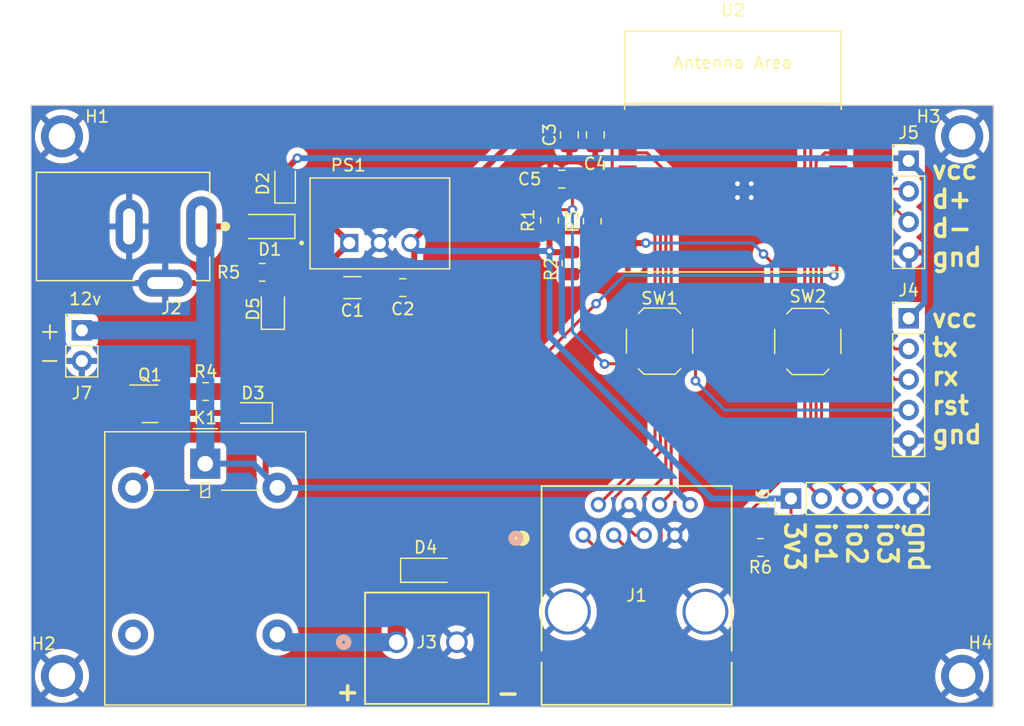
<source format=kicad_pcb>
(kicad_pcb (version 20221018) (generator pcbnew)
  (layers (0 "F.Cu" signal) (31 "B.Cu" signal) (34 "B.Paste" user) (35 "F.Paste" user) (36 "B.SilkS" user "B.Silkscreen") (37 "F.SilkS" user "F.Silkscreen") (38 "B.Mask" user) (39 "F.Mask" user) (44 "Edge.Cuts" user))
  (net 0 "")
  (net 1 "+12V")
  (net 2 "GND")
  (net 3 "+3.3V")
  (net 4 "/sg_pin")
  (net 5 "/d0_pin")
  (net 6 "/d1_pin")
  (net 7 "/bt_pin")
  (net 9 "Net-(Q1-B)")
  (net 10 "/rl_pin")
  (net 11 "/k7803_vin")
  (net 12 "/usb_d+")
  (net 13 "/usb_d-")
  (net 14 "/gpio1")
  (net 15 "/gpio2")
  (net 16 "/gpio3")
  (net 17 "/tx_pin")
  (net 18 "/rx_pin")
  (net 19 "Net-(D1-K)")
  (net 20 "Net-(D4-K)")
  (net 21 "/rst_pin")
  (net 22 "/gpio9")
  (net 23 "Net-(D5-A)")
  (net 24 "/sen_pin")
  (net 25 "Net-(U2-GPIO8)")
  (net 26 "Net-(D3-A)")
  (footprint "LED_SMD:LED_0805_2012Metric" (layer "F.Cu") (at 70.104 66.929 90)
    (fp_text reference "D5" (at 0 -1.65 90) (layer "F.SilkS"))
    (fp_text value "led")
    (fp_line (start -1.685 -0.96) (end -1.685 0.96) (stroke (width 0.12)) (layer "F.SilkS"))
    (fp_line (start -1.685 0.96) (end 1 0.96) (stroke (width 0.12)) (layer "F.SilkS"))
    (fp_line (start 1 -0.96) (end -1.685 -0.96) (stroke (width 0.12)) (layer "F.SilkS"))
    (pad "1" smd roundrect (at -0.9375 0 90) (size 0.975 1.4) (layers "F.Cu" "F.Paste" "F.Mask") (net 2 "GND"))
    (pad "2" smd roundrect (at 0.9375 0 90) (size 0.975 1.4) (layers "F.Cu" "F.Paste" "F.Mask") (net 23 "Net-(D5-A)"))
  )
  (footprint "Package_TO_SOT_SMD:SOT-23" (layer "F.Cu") (at 59.8955 74.803)
    (fp_text reference "Q1" (at 0 -2.4) (layer "F.SilkS"))
    (fp_text value "MMBT3904")
    (fp_line (start 0 -1.56) (end -1.675 -1.56) (stroke (width 0.12)) (layer "F.SilkS"))
    (fp_line (start 0 -1.56) (end 0.65 -1.56) (stroke (width 0.12)) (layer "F.SilkS"))
    (fp_line (start 0 1.56) (end -0.65 1.56) (stroke (width 0.12)) (layer "F.SilkS"))
    (fp_line (start 0 1.56) (end 0.65 1.56) (stroke (width 0.12)) (layer "F.SilkS"))
    (pad "1" smd roundrect (at -0.9375 -0.95) (size 1.475 0.6) (layers "F.Cu" "F.Paste" "F.Mask") (net 9 "Net-(Q1-B)"))
    (pad "2" smd roundrect (at -0.9375 0.95) (size 1.475 0.6) (layers "F.Cu" "F.Paste" "F.Mask") (net 2 "GND"))
    (pad "3" smd roundrect (at 0.9375 0) (size 1.475 0.6) (layers "F.Cu" "F.Paste" "F.Mask") (net 26 "Net-(D3-A)"))
  )
  (footprint "Button_Switch_SMD:SW_Push_1P1T_XKB_TS-1187A" (layer "F.Cu") (at 102.235 69.596 180)
    (fp_text reference "SW1" (at 0 3.556 180) (layer "F.SilkS"))
    (fp_text value "~")
    (fp_line (start -2.75 -1) (end -2.75 1) (stroke (width 0.12)) (layer "F.SilkS"))
    (fp_line (start -1.75 -2.3) (end -1.3 -2.75) (stroke (width 0.12)) (layer "F.SilkS"))
    (fp_line (start -1.75 2.3) (end -1.3 2.75) (stroke (width 0.12)) (layer "F.SilkS"))
    (fp_line (start -1.3 -2.75) (end 1.3 -2.75) (stroke (width 0.12)) (layer "F.SilkS"))
    (fp_line (start -1.3 2.75) (end 1.3 2.75) (stroke (width 0.12)) (layer "F.SilkS"))
    (fp_line (start 1.75 -2.3) (end 1.3 -2.75) (stroke (width 0.12)) (layer "F.SilkS"))
    (fp_line (start 1.75 2.3) (end 1.3 2.75) (stroke (width 0.12)) (layer "F.SilkS"))
    (fp_line (start 2.75 -1) (end 2.75 1) (stroke (width 0.12)) (layer "F.SilkS"))
    (pad "1" smd rect (at -3 -1.875 180) (size 1 0.75) (layers "F.Cu" "F.Paste" "F.Mask") (net 21 "/rst_pin"))
    (pad "1" smd rect (at 3 -1.875 180) (size 1 0.75) (layers "F.Cu" "F.Paste" "F.Mask") (net 21 "/rst_pin"))
    (pad "2" smd rect (at -3 1.875 180) (size 1 0.75) (layers "F.Cu" "F.Paste" "F.Mask") (net 2 "GND"))
    (pad "2" smd rect (at 3 1.875 180) (size 1 0.75) (layers "F.Cu" "F.Paste" "F.Mask") (net 2 "GND"))
  )
  (footprint "Diode_SMD:D_SOD-123F" (layer "F.Cu") (at 82.931 88.638)
    (fp_text reference "D4" (at -0.127 -1.905) (layer "F.SilkS"))
    (fp_text value "SM4007")
    (fp_line (start -2.21 -1) (end -2.21 1) (stroke (width 0.12)) (layer "F.SilkS"))
    (fp_line (start -2.21 -1) (end 1.65 -1) (stroke (width 0.12)) (layer "F.SilkS"))
    (fp_line (start -2.21 1) (end 1.65 1) (stroke (width 0.12)) (layer "F.SilkS"))
    (pad "1" smd roundrect (at -1.4 0) (size 1.1 1.1) (layers "F.Cu" "F.Paste" "F.Mask") (roundrect_rratio 0.2272727273) (net 20 "Net-(D4-K)"))
    (pad "2" smd roundrect (at 1.4 0) (size 1.1 1.1) (layers "F.Cu" "F.Paste" "F.Mask") (roundrect_rratio 0.2272727273) (net 2 "GND"))
  )
  (footprint "Resistor_SMD:R_0805_2012Metric" (layer "F.Cu") (at 93.091 59.563 90)
    (fp_text reference "R1" (at 0 -1.778 90) (layer "F.SilkS"))
    (fp_text value "10k")
    (fp_line (start -0.227064 -0.735) (end 0.227064 -0.735) (stroke (width 0.12)) (layer "F.SilkS"))
    (fp_line (start -0.227064 0.735) (end 0.227064 0.735) (stroke (width 0.12)) (layer "F.SilkS"))
    (pad "1" smd roundrect (at -0.9125 0 90) (size 1.025 1.4) (layers "F.Cu" "F.Paste" "F.Mask") (roundrect_rratio 0.243902439) (net 3 "+3.3V"))
    (pad "2" smd roundrect (at 0.9125 0 90) (size 1.025 1.4) (layers "F.Cu" "F.Paste" "F.Mask") (roundrect_rratio 0.243902439) (net 21 "/rst_pin"))
  )
  (footprint "MountingHole:MountingHole_2.2mm_M2_ISO7380_Pad" (layer "F.Cu") (at 52.578 97.409)
    (fp_text reference "H2" (at -1.524 -2.667) (layer "F.SilkS"))
    (fp_text value "MountingHole")
    (pad "1" thru_hole circle (at 0 0) (size 3.5 3.5) (drill 2.2) (layers "*.Cu" "*.Mask") (net 2 "GND"))
  )
  (footprint "MountingHole:MountingHole_2.2mm_M2_ISO7380_Pad" (layer "F.Cu") (at 127.381 97.409)
    (fp_text reference "H4" (at 1.524 -2.75) (layer "F.SilkS"))
    (fp_text value "MountingHole")
    (pad "1" thru_hole circle (at 0 0) (size 3.5 3.5) (drill 2.2) (layers "*.Cu" "*.Mask") (net 2 "GND"))
  )
  (footprint "Doorsys:CONN8_2-908LF_AMP" (layer "F.Cu") (at 95.885 85.725)
    (fp_text reference "J1" (at 4.445 5.004 unlocked) (layer "F.SilkS"))
    (fp_text value "reader")
    (fp_circle (center -5.588 0.254) (end -5.207 0.254) (stroke (width 0.508)) (fill none) (layer "B.SilkS"))
    (fp_line (start -3.4544 -4.0892) (end -3.4544 9.598328) (stroke (width 0.1524)) (layer "F.SilkS"))
    (fp_line (start -3.4544 10.569672) (end -3.4544 14.0972) (stroke (width 0.1524)) (layer "F.SilkS"))
    (fp_line (start -3.4544 14.0972) (end 12.3444 14.0972) (stroke (width 0.1524)) (layer "F.SilkS"))
    (fp_line (start 12.3444 -4.0892) (end -3.4544 -4.0892) (stroke (width 0.1524)) (layer "F.SilkS"))
    (fp_line (start 12.3444 9.598328) (end 12.3444 -4.0892) (stroke (width 0.1524)) (layer "F.SilkS"))
    (fp_line (start 12.3444 14.0972) (end 12.3444 10.569672) (stroke (width 0.1524)) (layer "F.SilkS"))
    (fp_circle (center -5.08 0.254) (end -4.699 0.254) (stroke (width 0.508)) (fill none) (layer "F.SilkS"))
    (pad "1" thru_hole circle (at 0 0) (size 1.27 1.27) (drill 0.762) (layers "*.Cu" "*.Mask") (net 24 "/sen_pin"))
    (pad "2" thru_hole circle (at 1.27 -2.54) (size 1.27 1.27) (drill 0.762) (layers "*.Cu" "*.Mask") (net 4 "/sg_pin"))
    (pad "3" thru_hole circle (at 2.54 0) (size 1.27 1.27) (drill 0.762) (layers "*.Cu" "*.Mask") (net 6 "/d1_pin"))
    (pad "4" thru_hole circle (at 3.81 -2.54) (size 1.27 1.27) (drill 0.762) (layers "*.Cu" "*.Mask") (net 2 "GND"))
    (pad "5" thru_hole circle (at 5.08 0) (size 1.27 1.27) (drill 0.762) (layers "*.Cu" "*.Mask") (net 7 "/bt_pin"))
    (pad "6" thru_hole circle (at 6.35 -2.54) (size 1.27 1.27) (drill 0.762) (layers "*.Cu" "*.Mask") (net 5 "/d0_pin"))
    (pad "7" thru_hole circle (at 7.62 0) (size 1.27 1.27) (drill 0.762) (layers "*.Cu" "*.Mask") (net 2 "GND"))
    (pad "8" thru_hole circle (at 8.89 -2.54) (size 1.27 1.27) (drill 0.762) (layers "*.Cu" "*.Mask") (net 1 "+12V"))
    (pad "SH" thru_hole circle (at -1.27 6.35 90) (size 3.81 3.81) (drill 3.302) (layers "*.Cu" "*.Mask") (net 2 "GND"))
    (pad "SH" thru_hole circle (at 10.16 6.35 90) (size 3.81 3.81) (drill 3.302) (layers "*.Cu" "*.Mask") (net 2 "GND"))
  )
  (footprint "Diode_SMD:D_SOD-323" (layer "F.Cu") (at 68.453 75.565 180)
    (fp_text reference "D3" (at 0 1.651) (layer "F.SilkS"))
    (fp_text value "1N5819WS")
    (fp_line (start -1.61 -0.85) (end -1.61 0.85) (stroke (width 0.12)) (layer "F.SilkS"))
    (fp_line (start -1.61 -0.85) (end 1.05 -0.85) (stroke (width 0.12)) (layer "F.SilkS"))
    (fp_line (start -1.61 0.85) (end 1.05 0.85) (stroke (width 0.12)) (layer "F.SilkS"))
    (pad "1" smd roundrect (at -1.05 0 180) (size 0.6 0.45) (layers "F.Cu" "F.Paste" "F.Mask") (net 1 "+12V"))
    (pad "2" smd roundrect (at 1.05 0 180) (size 0.6 0.45) (layers "F.Cu" "F.Paste" "F.Mask") (net 26 "Net-(D3-A)"))
  )
  (footprint "Resistor_SMD:R_0805_2012Metric" (layer "F.Cu") (at 96.647 59.626 90)
    (fp_text reference "R3" (at 0 -1.65 90) (layer "F.SilkS"))
    (fp_text value "1k")
    (fp_line (start -0.227064 -0.735) (end 0.227064 -0.735) (stroke (width 0.12)) (layer "F.SilkS"))
    (fp_line (start -0.227064 0.735) (end 0.227064 0.735) (stroke (width 0.12)) (layer "F.SilkS"))
    (pad "1" smd roundrect (at -0.9125 0 90) (size 1.025 1.4) (layers "F.Cu" "F.Paste" "F.Mask") (roundrect_rratio 0.243902439) (net 3 "+3.3V"))
    (pad "2" smd roundrect (at 0.9125 0 90) (size 1.025 1.4) (layers "F.Cu" "F.Paste" "F.Mask") (roundrect_rratio 0.243902439) (net 7 "/bt_pin"))
  )
  (footprint "Connector_PinHeader_2.54mm:PinHeader_1x02_P2.54mm_Vertical" (layer "F.Cu") (at 54.229 68.702)
    (fp_text reference "J7" (at 0 5.212) (layer "F.SilkS"))
    (fp_text value "12v")
    (fp_line (start -1.33 -1.33) (end 0 -1.33) (stroke (width 0.12)) (layer "F.SilkS"))
    (fp_line (start -1.33 0) (end -1.33 -1.33) (stroke (width 0.12)) (layer "F.SilkS"))
    (fp_line (start -1.33 1.27) (end -1.33 3.87) (stroke (width 0.12)) (layer "F.SilkS"))
    (fp_line (start -1.33 1.27) (end 1.33 1.27) (stroke (width 0.12)) (layer "F.SilkS"))
    (fp_line (start -1.33 3.87) (end 1.33 3.87) (stroke (width 0.12)) (layer "F.SilkS"))
    (fp_line (start 1.33 1.27) (end 1.33 3.87) (stroke (width 0.12)) (layer "F.SilkS"))
    (pad "1" thru_hole rect (at 0 0) (size 1.7 1.7) (drill 1) (layers "*.Cu" "*.Mask") (net 1 "+12V"))
    (pad "2" thru_hole oval (at 0 2.54) (size 1.7 1.7) (drill 1) (layers "*.Cu" "*.Mask") (net 2 "GND"))
  )
  (footprint "Capacitor_SMD:C_0805_2012Metric" (layer "F.Cu") (at 94.742 52.451 -90)
    (fp_text reference "C3" (at 0 1.651 90) (layer "F.SilkS"))
    (fp_text value "10uF")
    (fp_line (start -0.261252 -0.735) (end 0.261252 -0.735) (stroke (width 0.12)) (layer "F.SilkS"))
    (fp_line (start -0.261252 0.735) (end 0.261252 0.735) (stroke (width 0.12)) (layer "F.SilkS"))
    (pad "1" smd roundrect (at -0.95 0 270) (size 1 1.45) (layers "F.Cu" "F.Paste" "F.Mask") (net 3 "+3.3V"))
    (pad "2" smd roundrect (at 0.95 0 270) (size 1 1.45) (layers "F.Cu" "F.Paste" "F.Mask") (net 2 "GND"))
  )
  (footprint "Doorsys:CONN_1935161_PXC" (layer "F.Cu") (at 80.3929 94.615)
    (fp_text reference "J3" (at 2.5 0 unlocked) (layer "F.SilkS"))
    (fp_text value "lock")
    (fp_circle (center -4.405 0) (end -4.024 0) (stroke (width 0.508)) (fill none) (layer "B.SilkS"))
    (fp_line (start -2.627 -4.127) (end -2.627 5.127) (stroke (width 0.1524)) (layer "F.SilkS"))
    (fp_line (start -2.627 5.127) (end 7.627 5.127) (stroke (width 0.1524)) (layer "F.SilkS"))
    (fp_line (start 7.627 -4.127) (end -2.627 -4.127) (stroke (width 0.1524)) (layer "F.SilkS"))
    (fp_line (start 7.627 5.127) (end 7.627 -4.127) (stroke (width 0.1524)) (layer "F.SilkS"))
    (fp_circle (center -4.405 0) (end -4.024 0) (stroke (width 0.508)) (fill none) (layer "F.SilkS"))
    (pad "1" thru_hole circle (at 0 0) (size 1.8034 1.8034) (drill 1.2954) (layers "*.Cu" "*.Mask") (net 20 "Net-(D4-K)"))
    (pad "2" thru_hole circle (at 5 0) (size 1.8034 1.8034) (drill 1.2954) (layers "*.Cu" "*.Mask") (net 2 "GND"))
  )
  (footprint "Capacitor_SMD:C_0805_2012Metric" (layer "F.Cu") (at 96.901 52.451 -90)
    (fp_text reference "C4" (at 2.413 0 -180) (layer "F.SilkS"))
    (fp_text value "0.1uF")
    (fp_line (start -0.261252 -0.735) (end 0.261252 -0.735) (stroke (width 0.12)) (layer "F.SilkS"))
    (fp_line (start -0.261252 0.735) (end 0.261252 0.735) (stroke (width 0.12)) (layer "F.SilkS"))
    (pad "1" smd roundrect (at -0.95 0 270) (size 1 1.45) (layers "F.Cu" "F.Paste" "F.Mask") (net 3 "+3.3V"))
    (pad "2" smd roundrect (at 0.95 0 270) (size 1 1.45) (layers "F.Cu" "F.Paste" "F.Mask") (net 2 "GND"))
  )
  (footprint "Resistor_SMD:R_0805_2012Metric" (layer "F.Cu") (at 110.617 86.741 180)
    (fp_text reference "R6" (at 0 -1.65) (layer "F.SilkS"))
    (fp_text value "1k")
    (fp_line (start -0.227064 -0.735) (end 0.227064 -0.735) (stroke (width 0.12)) (layer "F.SilkS"))
    (fp_line (start -0.227064 0.735) (end 0.227064 0.735) (stroke (width 0.12)) (layer "F.SilkS"))
    (pad "1" smd roundrect (at -0.9125 0 180) (size 1.025 1.4) (layers "F.Cu" "F.Paste" "F.Mask") (roundrect_rratio 0.243902439) (net 3 "+3.3V"))
    (pad "2" smd roundrect (at 0.9125 0 180) (size 1.025 1.4) (layers "F.Cu" "F.Paste" "F.Mask") (roundrect_rratio 0.243902439) (net 24 "/sen_pin"))
  )
  (footprint "Resistor_SMD:R_0805_2012Metric" (layer "F.Cu") (at 94.869 63.119 -90)
    (fp_text reference "R2" (at 0.508 1.651 -90) (layer "F.SilkS"))
    (fp_text value "10k")
    (fp_line (start -0.227064 -0.735) (end 0.227064 -0.735) (stroke (width 0.12)) (layer "F.SilkS"))
    (fp_line (start -0.227064 0.735) (end 0.227064 0.735) (stroke (width 0.12)) (layer "F.SilkS"))
    (pad "1" smd roundrect (at -0.9125 0 270) (size 1.025 1.4) (layers "F.Cu" "F.Paste" "F.Mask") (roundrect_rratio 0.243902439) (net 3 "+3.3V"))
    (pad "2" smd roundrect (at 0.9125 0 270) (size 1.025 1.4) (layers "F.Cu" "F.Paste" "F.Mask") (roundrect_rratio 0.243902439) (net 25 "Net-(U2-GPIO8)"))
  )
  (footprint "Doorsys:CONV_K7803-500R3" (layer "F.Cu") (at 78.994 59.817)
    (fp_text reference "PS1" (at -2.625 -4.835) (layer "F.SilkS"))
    (fp_text value "K7803-500R3")
    (fp_line (start -5.8 -3.775) (end 5.8 -3.775) (stroke (width 0.127)) (layer "F.SilkS"))
    (fp_line (start -5.8 3.775) (end -5.8 -3.775) (stroke (width 0.127)) (layer "F.SilkS"))
    (fp_line (start 5.8 -3.775) (end 5.8 3.775) (stroke (width 0.127)) (layer "F.SilkS"))
    (fp_line (start 5.8 3.775) (end -5.8 3.775) (stroke (width 0.127)) (layer "F.SilkS"))
    (fp_circle (center -6.5 1.625) (end -6.4 1.625) (stroke (width 0.2)) (fill none) (layer "F.SilkS"))
    (pad "1" thru_hole rect (at -2.54 1.625) (size 1.508 1.508) (drill 1) (layers "*.Cu" "*.Mask") (net 19 "Net-(D1-K)"))
    (pad "2" thru_hole circle (at 0 1.625) (size 1.508 1.508) (drill 1) (layers "*.Cu" "*.Mask") (net 2 "GND"))
    (pad "3" thru_hole circle (at 2.54 1.625) (size 1.508 1.508) (drill 1) (layers "*.Cu" "*.Mask") (net 3 "+3.3V"))
  )
  (footprint "Diode_SMD:D_SOD-123F" (layer "F.Cu") (at 69.723 60.071 180)
    (fp_text reference "D1" (at -0.127 -1.905 180) (layer "F.SilkS"))
    (fp_text value "SM4007")
    (fp_line (start -2.21 -1) (end -2.21 1) (stroke (width 0.12)) (layer "F.SilkS"))
    (fp_line (start -2.21 -1) (end 1.65 -1) (stroke (width 0.12)) (layer "F.SilkS"))
    (fp_line (start -2.21 1) (end 1.65 1) (stroke (width 0.12)) (layer "F.SilkS"))
    (pad "1" smd roundrect (at -1.4 0 180) (size 1.1 1.1) (layers "F.Cu" "F.Paste" "F.Mask") (roundrect_rratio 0.2272727273) (net 19 "Net-(D1-K)"))
    (pad "2" smd roundrect (at 1.4 0 180) (size 1.1 1.1) (layers "F.Cu" "F.Paste" "F.Mask") (roundrect_rratio 0.2272727273) (net 1 "+12V"))
  )
  (footprint "Button_Switch_SMD:SW_Push_1P1T_XKB_TS-1187A" (layer "F.Cu") (at 114.554 69.626)
    (fp_text reference "SW2" (at 0 -3.75) (layer "F.SilkS"))
    (fp_text value "~")
    (fp_line (start -2.75 -1) (end -2.75 1) (stroke (width 0.12)) (layer "F.SilkS"))
    (fp_line (start -1.75 -2.3) (end -1.3 -2.75) (stroke (width 0.12)) (layer "F.SilkS"))
    (fp_line (start -1.75 2.3) (end -1.3 2.75) (stroke (width 0.12)) (layer "F.SilkS"))
    (fp_line (start -1.3 -2.75) (end 1.3 -2.75) (stroke (width 0.12)) (layer "F.SilkS"))
    (fp_line (start -1.3 2.75) (end 1.3 2.75) (stroke (width 0.12)) (layer "F.SilkS"))
    (fp_line (start 1.75 -2.3) (end 1.3 -2.75) (stroke (width 0.12)) (layer "F.SilkS"))
    (fp_line (start 1.75 2.3) (end 1.3 2.75) (stroke (width 0.12)) (layer "F.SilkS"))
    (fp_line (start 2.75 -1) (end 2.75 1) (stroke (width 0.12)) (layer "F.SilkS"))
    (pad "1" smd rect (at -3 -1.875) (size 1 0.75) (layers "F.Cu" "F.Paste" "F.Mask") (net 22 "/gpio9"))
    (pad "1" smd rect (at 3 -1.875) (size 1 0.75) (layers "F.Cu" "F.Paste" "F.Mask") (net 22 "/gpio9"))
    (pad "2" smd rect (at -3 1.875) (size 1 0.75) (layers "F.Cu" "F.Paste" "F.Mask") (net 2 "GND"))
    (pad "2" smd rect (at 3 1.875) (size 1 0.75) (layers "F.Cu" "F.Paste" "F.Mask") (net 2 "GND"))
  )
  (footprint "Connector_PinHeader_2.54mm:PinHeader_1x05_P2.54mm_Vertical" (layer "F.Cu") (at 113.157 82.677 90)
    (fp_text reference "J6" (at 0 -2.33 90) (layer "F.SilkS"))
    (fp_text value "gpio")
    (fp_line (start -1.33 -1.33) (end 0 -1.33) (stroke (width 0.12)) (layer "F.SilkS"))
    (fp_line (start -1.33 0) (end -1.33 -1.33) (stroke (width 0.12)) (layer "F.SilkS"))
    (fp_line (start -1.33 1.27) (end -1.33 11.49) (stroke (width 0.12)) (layer "F.SilkS"))
    (fp_line (start -1.33 1.27) (end 1.33 1.27) (stroke (width 0.12)) (layer "F.SilkS"))
    (fp_line (start -1.33 11.49) (end 1.33 11.49) (stroke (width 0.12)) (layer "F.SilkS"))
    (fp_line (start 1.33 1.27) (end 1.33 11.49) (stroke (width 0.12)) (layer "F.SilkS"))
    (pad "1" thru_hole rect (at 0 0 90) (size 1.7 1.7) (drill 1) (layers "*.Cu" "*.Mask") (net 3 "+3.3V"))
    (pad "2" thru_hole oval (at 0 2.54 90) (size 1.7 1.7) (drill 1) (layers "*.Cu" "*.Mask") (net 14 "/gpio1"))
    (pad "3" thru_hole oval (at 0 5.08 90) (size 1.7 1.7) (drill 1) (layers "*.Cu" "*.Mask") (net 15 "/gpio2"))
    (pad "4" thru_hole oval (at 0 7.62 90) (size 1.7 1.7) (drill 1) (layers "*.Cu" "*.Mask") (net 16 "/gpio3"))
    (pad "5" thru_hole oval (at 0 10.16 90) (size 1.7 1.7) (drill 1) (layers "*.Cu" "*.Mask") (net 2 "GND"))
  )
  (footprint "Resistor_SMD:R_0805_2012Metric" (layer "F.Cu") (at 69.215 63.881)
    (fp_text reference "R5" (at -2.794 0) (layer "F.SilkS"))
    (fp_text value "2k2")
    (fp_line (start -0.227064 -0.735) (end 0.227064 -0.735) (stroke (width 0.12)) (layer "F.SilkS"))
    (fp_line (start -0.227064 0.735) (end 0.227064 0.735) (stroke (width 0.12)) (layer "F.SilkS"))
    (pad "1" smd roundrect (at -0.9125 0) (size 1.025 1.4) (layers "F.Cu" "F.Paste" "F.Mask") (roundrect_rratio 0.243902439) (net 1 "+12V"))
    (pad "2" smd roundrect (at 0.9125 0) (size 1.025 1.4) (layers "F.Cu" "F.Paste" "F.Mask") (roundrect_rratio 0.243902439) (net 23 "Net-(D5-A)"))
  )
  (footprint "MountingHole:MountingHole_2.2mm_M2_ISO7380_Pad" (layer "F.Cu") (at 127.381 52.578)
    (fp_text reference "H3" (at -2.794 -1.651) (layer "F.SilkS"))
    (fp_text value "MountingHole")
    (pad "1" thru_hole circle (at 0 0) (size 3.5 3.5) (drill 2.2) (layers "*.Cu" "*.Mask") (net 2 "GND"))
  )
  (footprint "Connector_PinHeader_2.54mm:PinHeader_1x04_P2.54mm_Vertical" (layer "F.Cu") (at 122.936 54.61)
    (fp_text reference "J5" (at 0 -2.33) (layer "F.SilkS"))
    (fp_text value "usb")
    (fp_line (start -1.33 -1.33) (end 0 -1.33) (stroke (width 0.12)) (layer "F.SilkS"))
    (fp_line (start -1.33 0) (end -1.33 -1.33) (stroke (width 0.12)) (layer "F.SilkS"))
    (fp_line (start -1.33 1.27) (end -1.33 8.95) (stroke (width 0.12)) (layer "F.SilkS"))
    (fp_line (start -1.33 1.27) (end 1.33 1.27) (stroke (width 0.12)) (layer "F.SilkS"))
    (fp_line (start -1.33 8.95) (end 1.33 8.95) (stroke (width 0.12)) (layer "F.SilkS"))
    (fp_line (start 1.33 1.27) (end 1.33 8.95) (stroke (width 0.12)) (layer "F.SilkS"))
    (pad "1" thru_hole rect (at 0 0) (size 1.7 1.7) (drill 1) (layers "*.Cu" "*.Mask") (net 11 "/k7803_vin"))
    (pad "2" thru_hole oval (at 0 2.54) (size 1.7 1.7) (drill 1) (layers "*.Cu" "*.Mask") (net 12 "/usb_d+"))
    (pad "3" thru_hole oval (at 0 5.08) (size 1.7 1.7) (drill 1) (layers "*.Cu" "*.Mask") (net 13 "/usb_d-"))
    (pad "4" thru_hole oval (at 0 7.62) (size 1.7 1.7) (drill 1) (layers "*.Cu" "*.Mask") (net 2 "GND"))
  )
  (footprint "Diode_SMD:D_SOD-323" (layer "F.Cu") (at 71.12 56.515 90)
    (fp_text reference "D2" (at 0 -1.85 90) (layer "F.SilkS"))
    (fp_text value "1N5819WS")
    (fp_line (start -1.61 -0.85) (end -1.61 0.85) (stroke (width 0.12)) (layer "F.SilkS"))
    (fp_line (start -1.61 -0.85) (end 1.05 -0.85) (stroke (width 0.12)) (layer "F.SilkS"))
    (fp_line (start -1.61 0.85) (end 1.05 0.85) (stroke (width 0.12)) (layer "F.SilkS"))
    (pad "1" smd roundrect (at -1.05 0 90) (size 0.6 0.45) (layers "F.Cu" "F.Paste" "F.Mask") (net 19 "Net-(D1-K)"))
    (pad "2" smd roundrect (at 1.05 0 90) (size 0.6 0.45) (layers "F.Cu" "F.Paste" "F.Mask") (net 11 "/k7803_vin"))
  )
  (footprint "Connector_PinHeader_2.54mm:PinHeader_1x05_P2.54mm_Vertical" (layer "F.Cu") (at 122.936 67.701)
    (fp_text reference "J4" (at 0 -2.33) (layer "F.SilkS"))
    (fp_text value "uart")
    (fp_line (start -1.33 -1.33) (end 0 -1.33) (stroke (width 0.12)) (layer "F.SilkS"))
    (fp_line (start -1.33 0) (end -1.33 -1.33) (stroke (width 0.12)) (layer "F.SilkS"))
    (fp_line (start -1.33 1.27) (end -1.33 11.49) (stroke (width 0.12)) (layer "F.SilkS"))
    (fp_line (start -1.33 1.27) (end 1.33 1.27) (stroke (width 0.12)) (layer "F.SilkS"))
    (fp_line (start -1.33 11.49) (end 1.33 11.49) (stroke (width 0.12)) (layer "F.SilkS"))
    (fp_line (start 1.33 1.27) (end 1.33 11.49) (stroke (width 0.12)) (layer "F.SilkS"))
    (pad "1" thru_hole rect (at 0 0) (size 1.7 1.7) (drill 1) (layers "*.Cu" "*.Mask") (net 11 "/k7803_vin"))
    (pad "2" thru_hole oval (at 0 2.54) (size 1.7 1.7) (drill 1) (layers "*.Cu" "*.Mask") (net 17 "/tx_pin"))
    (pad "3" thru_hole oval (at 0 5.08) (size 1.7 1.7) (drill 1) (layers "*.Cu" "*.Mask") (net 18 "/rx_pin"))
    (pad "4" thru_hole oval (at 0 7.62) (size 1.7 1.7) (drill 1) (layers "*.Cu" "*.Mask") (net 21 "/rst_pin"))
    (pad "5" thru_hole oval (at 0 10.16) (size 1.7 1.7) (drill 1) (layers "*.Cu" "*.Mask") (net 2 "GND"))
  )
  (footprint "Relay_THT:Relay_SPDT_Omron-G5LE-1" (layer "F.Cu") (at 64.485 79.78)
    (fp_text reference "K1" (at 0 -3.8) (layer "F.SilkS"))
    (fp_text value "Relay_SPDT")
    (fp_line (start -8.35 -2.65) (end -8.35 20.05) (stroke (width 0.12)) (layer "F.SilkS"))
    (fp_line (start -8.35 20.05) (end 8.35 20.05) (stroke (width 0.12)) (layer "F.SilkS"))
    (fp_line (start -4.5 2.2) (end -1.35 2.2) (stroke (width 0.12)) (layer "F.SilkS"))
    (fp_line (start -1 -2.91) (end 1 -2.91) (stroke (width 0.12)) (layer "F.SilkS"))
    (fp_line (start -0.35 1.6) (end -0.35 2.8) (stroke (width 0.12)) (layer "F.SilkS"))
    (fp_line (start -0.35 2.4) (end 0.35 2) (stroke (width 0.12)) (layer "F.SilkS"))
    (fp_line (start -0.35 2.8) (end 0.35 2.8) (stroke (width 0.12)) (layer "F.SilkS"))
    (fp_line (start 0.35 1.6) (end -0.35 1.6) (stroke (width 0.12)) (layer "F.SilkS"))
    (fp_line (start 0.35 2.8) (end 0.35 1.6) (stroke (width 0.12)) (layer "F.SilkS"))
    (fp_line (start 1.35 2.2) (end 4.5 2.2) (stroke (width 0.12)) (layer "F.SilkS"))
    (fp_line (start 8.35 -2.65) (end -8.35 -2.65) (stroke (width 0.12)) (layer "F.SilkS"))
    (fp_line (start 8.35 20.05) (end 8.35 -2.65) (stroke (width 0.12)) (layer "F.SilkS"))
    (pad "1" thru_hole rect (at 0 0) (size 2.5 2.5) (drill 1.3) (layers "*.Cu" "*.Mask") (net 1 "+12V"))
    (pad "2" thru_hole oval (at -6 2) (size 2.5 2.5) (drill 1.3) (layers "*.Cu" "*.Mask") (net 26 "Net-(D3-A)"))
    (pad "3" thru_hole oval (at -6 14.2) (size 2.5 2.5) (drill 1.3) (layers "*.Cu" "*.Mask"))
    (pad "4" thru_hole oval (at 6 14.2) (size 2.5 2.5) (drill 1.3) (layers "*.Cu" "*.Mask") (net 20 "Net-(D4-K)"))
    (pad "5" thru_hole oval (at 6 2) (size 2.5 2.5) (drill 1.3) (layers "*.Cu" "*.Mask") (net 1 "+12V"))
  )
  (footprint "Doorsys:CUI_PJ-202A" (layer "F.Cu") (at 57.658 60.071 180)
    (fp_text reference "J2" (at -4.015855 -6.766445) (layer "F.SilkS") (effects (font (size 1.000213 1.000213))))
    (fp_text value "PJ-202A")
    (fp_line (start -7.2 -4.5) (end -6.05 -4.5) (stroke (width 0.127)) (layer "F.SilkS"))
    (fp_line (start -7.2 -2.55) (end -7.2 -4.5) (stroke (width 0.127)) (layer "F.SilkS"))
    (fp_line (start -7.2 4.5) (end -7.2 2.65) (stroke (width 0.127)) (layer "F.SilkS"))
    (fp_line (start -0.95 -4.5) (end 7.2 -4.5) (stroke (width 0.127)) (layer "F.SilkS"))
    (fp_line (start 7.2 -4.5) (end 7.2 4.5) (stroke (width 0.127)) (layer "F.SilkS"))
    (fp_line (start 7.2 4.5) (end -7.2 4.5) (stroke (width 0.127)) (layer "F.SilkS"))
    (fp_circle (center -8.5 0) (end -8.3 0) (stroke (width 0.4)) (fill none) (layer "F.SilkS"))
    (pad "1" thru_hole oval (at -6.5 0 180) (size 2.5 5) (drill oval 1 3.5) (layers "*.Cu" "*.Mask") (net 1 "+12V"))
    (pad "2" thru_hole oval (at -0.5 0 180) (size 2.25 4.5) (drill oval 1 3) (layers "*.Cu" "*.Mask") (net 2 "GND"))
    (pad "3" thru_hole oval (at -3.5 -4.7 180) (size 4.5 2.25) (drill oval 3 1) (layers "*.Cu" "*.Mask") (net 2 "GND"))
  )
  (footprint "Capacitor_SMD:C_0805_2012Metric" (layer "F.Cu") (at 80.899 65.151 180)
    (fp_text reference "C2" (at 0 -1.778) (layer "F.SilkS"))
    (fp_text value "22uF")
    (fp_line (start -0.261252 -0.735) (end 0.261252 -0.735) (stroke (width 0.12)) (layer "F.SilkS"))
    (fp_line (start -0.261252 0.735) (end 0.261252 0.735) (stroke (width 0.12)) (layer "F.SilkS"))
    (pad "1" smd roundrect (at -0.95 0 180) (size 1 1.45) (layers "F.Cu" "F.Paste" "F.Mask") (net 3 "+3.3V"))
    (pad "2" smd roundrect (at 0.95 0 180) (size 1 1.45) (layers "F.Cu" "F.Paste" "F.Mask") (net 2 "GND"))
  )
  (footprint "Capacitor_SMD:C_1206_3216Metric" (layer "F.Cu") (at 76.708 65.151)
    (fp_text reference "C1" (at 0 1.905) (layer "F.SilkS"))
    (fp_text value "10uF")
    (fp_line (start -0.711252 -0.91) (end 0.711252 -0.91) (stroke (width 0.12)) (layer "F.SilkS"))
    (fp_line (start -0.711252 0.91) (end 0.711252 0.91) (stroke (width 0.12)) (layer "F.SilkS"))
    (pad "1" smd roundrect (at -1.475 0) (size 1.15 1.8) (layers "F.Cu" "F.Paste" "F.Mask") (roundrect_rratio 0.2173913043) (net 19 "Net-(D1-K)"))
    (pad "2" smd roundrect (at 1.475 0) (size 1.15 1.8) (layers "F.Cu" "F.Paste" "F.Mask") (roundrect_rratio 0.2173913043) (net 2 "GND"))
  )
  (footprint "Resistor_SMD:R_0805_2012Metric" (layer "F.Cu") (at 64.516 73.787 180)
    (fp_text reference "R4" (at 0 1.651 180) (layer "F.SilkS"))
    (fp_text value "1k")
    (fp_line (start -0.227064 -0.735) (end 0.227064 -0.735) (stroke (width 0.12)) (layer "F.SilkS"))
    (fp_line (start -0.227064 0.735) (end 0.227064 0.735) (stroke (width 0.12)) (layer "F.SilkS"))
    (pad "1" smd roundrect (at -0.9125 0 180) (size 1.025 1.4) (layers "F.Cu" "F.Paste" "F.Mask") (roundrect_rratio 0.243902439) (net 10 "/rl_pin"))
    (pad "2" smd roundrect (at 0.9125 0 180) (size 1.025 1.4) (layers "F.Cu" "F.Paste" "F.Mask") (roundrect_rratio 0.243902439) (net 9 "Net-(Q1-B)"))
  )
  (footprint "MountingHole:MountingHole_2.2mm_M2_ISO7380_Pad" (layer "F.Cu") (at 52.578 52.578)
    (fp_text reference "H1" (at 2.921 -1.651) (layer "F.SilkS"))
    (fp_text value "MountingHole")
    (pad "1" thru_hole circle (at 0 0) (size 3.5 3.5) (drill 2.2) (layers "*.Cu" "*.Mask") (net 2 "GND"))
  )
  (footprint "Capacitor_SMD:C_0805_2012Metric" (layer "F.Cu") (at 94.107 56.134 180)
    (fp_text reference "C5" (at 2.667 0 180) (layer "F.SilkS"))
    (fp_text value "1uF")
    (fp_line (start -0.261252 -0.735) (end 0.261252 -0.735) (stroke (width 0.12)) (layer "F.SilkS"))
    (fp_line (start -0.261252 0.735) (end 0.261252 0.735) (stroke (width 0.12)) (layer "F.SilkS"))
    (pad "1" smd roundrect (at -0.95 0 180) (size 1 1.45) (layers "F.Cu" "F.Paste" "F.Mask") (net 21 "/rst_pin"))
    (pad "2" smd roundrect (at 0.95 0 180) (size 1 1.45) (layers "F.Cu" "F.Paste" "F.Mask") (net 2 "GND"))
  )
  (footprint "PCM_Espressif:ESP32-C3-WROOM-02" (layer "F.Cu") (at 108.331 56.848)
    (fp_text reference "U2" (at 0 -14.75) (layer "F.SilkS"))
    (fp_text value "ESP32-C3-WROOM-02")
    (fp_text user "Antenna Area" (at 0 -10.4) (layer "F.SilkS"))
    (fp_line (start -9 -13) (end -9 -6.5) (stroke (width 0.12)) (layer "F.SilkS"))
    (fp_line (start -9 -13) (end 9 -13) (stroke (width 0.12)) (layer "F.SilkS"))
    (fp_line (start -9 7) (end -9 6.75) (stroke (width 0.12)) (layer "F.SilkS"))
    (fp_line (start 9 -13) (end 9 -6.5) (stroke (width 0.12)) (layer "F.SilkS"))
    (fp_line (start 9 -7) (end -8.95 -7) (stroke (width 0.12)) (layer "F.SilkS"))
    (fp_line (start 9 6.75) (end 9 7) (stroke (width 0.12)) (layer "F.SilkS"))
    (fp_line (start 9 7) (end -9 7) (stroke (width 0.12)) (layer "F.SilkS"))
    (pad "1" smd rect (at -8.75 -5.9) (size 1.5 0.9) (layers "F.Cu" "F.Paste" "F.Mask") (net 3 "+3.3V"))
    (pad "2" smd rect (at -8.75 -4.4) (size 1.5 0.9) (layers "F.Cu" "F.Paste" "F.Mask") (net 21 "/rst_pin"))
    (pad "3" smd rect (at -8.75 -2.9) (size 1.5 0.9) (layers "F.Cu" "F.Paste" "F.Mask") (net 5 "/d0_pin"))
    (pad "4" smd rect (at -8.75 -1.4) (size 1.5 0.9) (layers "F.Cu" "F.Paste" "F.Mask") (net 6 "/d1_pin"))
    (pad "5" smd rect (at -8.75 0.1) (size 1.5 0.9) (layers "F.Cu" "F.Paste" "F.Mask") (net 7 "/bt_pin"))
    (pad "6" smd rect (at -8.75 1.6) (size 1.5 0.9) (layers "F.Cu" "F.Paste" "F.Mask") (net 4 "/sg_pin"))
    (pad "7" smd rect (at -8.75 3.1) (size 1.5 0.9) (layers "F.Cu" "F.Paste" "F.Mask") (net 25 "Net-(U2-GPIO8)"))
    (pad "8" smd rect (at -8.75 4.6) (size 1.5 0.9) (layers "F.Cu" "F.Paste" "F.Mask") (net 22 "/gpio9"))
    (pad "9" smd rect (at -8.75 6.1) (size 1.5 0.9) (layers "F.Cu" "F.Paste" "F.Mask") (net 2 "GND"))
    (pad "10" smd rect (at 8.75 6.1 180) (size 1.5 0.9) (layers "F.Cu" "F.Paste" "F.Mask") (net 10 "/rl_pin"))
    (pad "11" smd rect (at 8.75 4.6 180) (size 1.5 0.9) (layers "F.Cu" "F.Paste" "F.Mask") (net 18 "/rx_pin"))
    (pad "12" smd rect (at 8.75 3.1 180) (size 1.5 0.9) (layers "F.Cu" "F.Paste" "F.Mask") (net 17 "/tx_pin"))
    (pad "13" smd rect (at 8.75 1.6 180) (size 1.5 0.9) (layers "F.Cu" "F.Paste" "F.Mask") (net 13 "/usb_d-"))
    (pad "14" smd rect (at 8.75 0.1 180) (size 1.5 0.9) (layers "F.Cu" "F.Paste" "F.Mask") (net 12 "/usb_d+"))
    (pad "15" smd rect (at 8.75 -1.4 180) (size 1.5 0.9) (layers "F.Cu" "F.Paste" "F.Mask") (net 16 "/gpio3"))
    (pad "16" smd rect (at 8.75 -2.9 180) (size 1.5 0.9) (layers "F.Cu" "F.Paste" "F.Mask") (net 15 "/gpio2"))
    (pad "17" smd rect (at 8.75 -4.4 180) (size 1.5 0.9) (layers "F.Cu" "F.Paste" "F.Mask") (net 14 "/gpio1"))
    (pad "18" smd rect (at 8.75 -5.9 180) (size 1.5 0.9) (layers "F.Cu" "F.Paste" "F.Mask") (net 24 "/sen_pin"))
    (pad "19" smd rect (at -0.14 -0.8 180) (size 0.7 0.7) (layers "F.Cu" "F.Paste" "F.Mask") (net 2 "GND"))
    (pad "19" smd rect (at -0.14 0.3 180) (size 0.7 0.7) (layers "F.Cu" "F.Paste" "F.Mask") (net 2 "GND"))
    (pad "19" smd rect (at -0.14 1.4 180) (size 0.7 0.7) (layers "F.Cu" "F.Paste" "F.Mask") (net 2 "GND"))
    (pad "19" smd rect (at 0.91 -0.8 180) (size 0.7 0.7) (layers "F.Cu" "F.Paste" "F.Mask") (net 2 "GND"))
    (pad "19" smd rect (at 0.91 0.3 180) (size 0.7 0.7) (layers "F.Cu" "F.Paste" "F.Mask") (net 2 "GND"))
    (pad "19" smd rect (at 0.91 1.4 180) (size 0.7 0.7) (layers "F.Cu" "F.Paste" "F.Mask") (net 2 "GND"))
    (pad "19" smd rect (at 2.06 -0.8 180) (size 0.7 0.7) (layers "F.Cu" "F.Paste" "F.Mask") (net 2 "GND"))
    (pad "19" smd rect (at 2.06 0.3 180) (size 0.7 0.7) (layers "F.Cu" "F.Paste" "F.Mask") (net 2 "GND"))
    (pad "19" smd rect (at 2.06 1.4 180) (size 0.7 0.7) (layers "F.Cu" "F.Paste" "F.Mask") (net 2 "GND"))
    (zone (net 0) (net_name "") (layers "*.Cu") (name "antenna keepout") (connect_pads (clearance 0)) (min_thickness 0.254)
      (keepout (tracks not_allowed) (vias not_allowed) (pads not_allowed) (copperpour not_allowed) (footprints not_allowed))
      (fill (thermal_gap 0.508) (thermal_bridge_width 0.508))
      (polygon (pts (xy 117.331 49.848) (xy 99.331 49.848) (xy 99.331 43.848) (xy 117.331 43.848)))
    )
  )
  (gr_rect (start 50 50) (end 130 100) (stroke (width 0.1)) (fill none) (layer "Edge.Cuts"))
  (gr_text "+\n-" (at 50.546 72.009) (layer "F.SilkS") (effects (font (size 1.5 1.5)) (justify left bottom)))
  (gr_text "gnd\nio3\nio2\nio1\n3v3" (at 112.522 84.455 270) (layer "F.SilkS") (effects (font (size 1.6 1.5) (thickness 0.3) bold) (justify left bottom)))
  (gr_text "+" (at 77.089 99.949 90) (layer "F.SilkS") (effects (font (size 1.5 1.5) (thickness 0.3) bold) (justify left bottom)))
  (gr_text "12v" (at 53.086 66.675) (layer "F.SilkS") (effects (font (size 1 1)) (justify left bottom)))
  (gr_text "vcc\ntx\nrx\nrst\ngnd" (at 124.714 78.232) (layer "F.SilkS") (effects (font (size 1.5 1.5) (thickness 0.3) bold) (justify left bottom)))
  (gr_text "vcc\nd+\nd-\ngnd" (at 124.714 63.5) (layer "F.SilkS") (effects (font (size 1.5 1.5) (thickness 0.3) bold) (justify left bottom)))
  (gr_text "-" (at 88.519 99.695) (layer "F.SilkS") (effects (font (size 1.5 1.5) (thickness 0.3) bold) (justify left bottom)))
  (segment (start 64.158 60.071) (end 68.323 60.071) (width 0.5) (layer "F.Cu") (net 1))
  (segment (start 69.503 80.798) (end 70.485 81.78) (width 0.5) (layer "F.Cu") (net 1))
  (segment (start 69.503 75.565) (end 69.503 80.798) (width 0.5) (layer "F.Cu") (net 1))
  (segment (start 68.323 60.071) (end 68.323 63.8605) (width 0.25) (layer "F.Cu") (net 1))
  (segment (start 64.485 60.398) (end 64.485 79.78) (width 1.5) (layer "B.Cu") (net 1))
  (segment (start 103.3907 81.788) (end 70.493 81.788) (width 0.5) (layer "B.Cu") (net 1))
  (segment (start 104.7877 83.185) (end 103.3907 81.788) (width 0.5) (layer "B.Cu") (net 1))
  (segment (start 54.229 68.702) (end 64.48 68.702) (width 1.5) (layer "B.Cu") (net 1))
  (segment (start 64.485 79.78) (end 68.485 79.78) (width 0.5) (layer "B.Cu") (net 1))
  (segment (start 68.485 79.78) (end 70.485 81.78) (width 0.5) (layer "B.Cu") (net 1))
  (via (at 109.855 56.515) (size 0.8) (drill 0.4) (layers "F.Cu" "B.Cu") (net 2))
  (via (at 108.712 56.515) (size 0.8) (drill 0.4) (layers "F.Cu" "B.Cu") (net 2))
  (via (at 109.855 57.658) (size 0.8) (drill 0.4) (layers "F.Cu" "B.Cu") (net 2))
  (via (at 108.712 57.658) (size 0.8) (drill 0.4) (layers "F.Cu" "B.Cu") (net 2))
  (segment (start 113.157 85.1135) (end 113.157 82.677) (width 0.25) (layer "F.Cu") (net 3))
  (segment (start 93.091 62.103) (end 93.1945 62.2065) (width 0.5) (layer "F.Cu") (net 3))
  (segment (start 98.277 50.948) (end 97.851 51.374) (width 0.5) (layer "F.Cu") (net 3))
  (segment (start 111.5295 86.741) (end 113.157 85.1135) (width 0.25) (layer "F.Cu") (net 3))
  (segment (start 93.091 62.103) (end 93.091 60.4755) (width 0.5) (layer "F.Cu") (net 3))
  (segment (start 99.581 50.948) (end 98.277 50.948) (width 0.5) (layer "F.Cu") (net 3))
  (segment (start 81.534 61.442) (end 91.475 51.501) (width 0.5) (layer "F.Cu") (net 3))
  (segment (start 91.475 51.501) (end 96.266 51.501) (width 0.5) (layer "F.Cu") (net 3))
  (segment (start 81.849 65.151) (end 81.849 61.757) (width 0.5) (layer "F.Cu") (net 3))
  (segment (start 96.266 51.501) (end 96.393 51.374) (width 0.5) (layer "F.Cu") (net 3))
  (segment (start 93.091 60.4755) (end 96.584 60.4755) (width 0.5) (layer "F.Cu") (net 3))
  (segment (start 97.851 51.374) (end 96.393 51.374) (width 0.5) (layer "F.Cu") (net 3))
  (segment (start 93.1945 62.2065) (end 94.869 62.2065) (width 0.5) (layer "F.Cu") (net 3))
  (via (at 93.091 62.103) (size 0.8) (drill 0.4) (layers "F.Cu" "B.Cu") (net 3))
  (segment (start 93.091 62.103) (end 93.091 69.215) (width 0.5) (layer "B.Cu") (net 3))
  (segment (start 106.553 82.677) (end 113.157 82.677) (width 0.5) (layer "B.Cu") (net 3))
  (segment (start 82.195 62.103) (end 81.534 61.442) (width 0.5) (layer "B.Cu") (net 3))
  (segment (start 93.091 69.215) (end 106.553 82.677) (width 0.5) (layer "B.Cu") (net 3))
  (segment (start 93.091 62.103) (end 82.195 62.103) (width 0.5) (layer "B.Cu") (net 3))
  (segment (start 99.931 58.448) (end 100.993 58.448) (width 0.25) (layer "F.Cu") (net 4))
  (segment (start 101.854 78.4987) (end 97.1677 83.185) (width 0.25) (layer "F.Cu") (net 4))
  (segment (start 100.993 58.448) (end 101.854 59.309) (width 0.25) (layer "F.Cu") (net 4))
  (segment (start 101.854 59.309) (end 101.854 78.4987) (width 0.25) (layer "F.Cu") (net 4))
  (segment (start 103.204 82.2287) (end 102.2477 83.185) (width 0.25) (layer "F.Cu") (net 5))
  (segment (start 103.204 55.96) (end 103.204 82.2287) (width 0.25) (layer "F.Cu") (net 5))
  (segment (start 101.192 53.948) (end 103.204 55.96) (width 0.25) (layer "F.Cu") (net 5))
  (segment (start 99.881 53.948) (end 101.192 53.948) (width 0.25) (layer "F.Cu") (net 5))
  (segment (start 100.965 82.490054) (end 100.965 83.82) (width 0.25) (layer "F.Cu") (net 6))
  (segment (start 102.362 86.487) (end 101.727 87.122) (width 0.25) (layer "F.Cu") (net 6))
  (segment (start 102.362 85.217) (end 102.362 86.487) (width 0.25) (layer "F.Cu") (net 6))
  (segment (start 99.8347 87.122) (end 98.4377 85.725) (width 0.25) (layer "F.Cu") (net 6))
  (segment (start 100.965 83.82) (end 102.362 85.217) (width 0.25) (layer "F.Cu") (net 6))
  (segment (start 102.754 57.034) (end 102.754 80.701054) (width 0.25) (layer "F.Cu") (net 6))
  (segment (start 99.931 55.448) (end 101.168 55.448) (width 0.25) (layer "F.Cu") (net 6))
  (segment (start 101.727 87.122) (end 99.8347 87.122) (width 0.25) (layer "F.Cu") (net 6))
  (segment (start 101.168 55.448) (end 102.754 57.034) (width 0.25) (layer "F.Cu") (net 6))
  (segment (start 102.754 80.701054) (end 100.965 82.490054) (width 0.25) (layer "F.Cu") (net 6))
  (segment (start 101.017 56.948) (end 99.881 56.948) (width 0.25) (layer "F.Cu") (net 7))
  (segment (start 98.425 83.947) (end 98.425 82.677) (width 0.25) (layer "F.Cu") (net 7))
  (segment (start 99.581 56.948) (end 97.611 56.948) (width 0.25) (layer "F.Cu") (net 7))
  (segment (start 97.611 56.948) (end 96.647 57.912) (width 0.25) (layer "F.Cu") (net 7))
  (segment (start 98.425 82.677) (end 102.304 78.798) (width 0.25) (layer "F.Cu") (net 7))
  (segment (start 102.304 78.798) (end 102.304 58.235) (width 0.25) (layer "F.Cu") (net 7))
  (segment (start 100.203 85.725) (end 98.425 83.947) (width 0.25) (layer "F.Cu") (net 7))
  (segment (start 102.304 58.235) (end 101.017 56.948) (width 0.25) (layer "F.Cu") (net 7))
  (segment (start 96.647 57.912) (end 96.647 58.7135) (width 0.25) (layer "F.Cu") (net 7))
  (segment (start 100.9777 85.725) (end 100.203 85.725) (width 0.25) (layer "F.Cu") (net 7))
  (segment (start 58.958 73.853) (end 63.5375 73.853) (width 0.5) (layer "F.Cu") (net 9))
  (segment (start 116.713 64.135) (end 116.967 63.881) (width 0.25) (layer "F.Cu") (net 10))
  (segment (start 96.9645 66.4845) (end 89.662 73.787) (width 0.25) (layer "F.Cu") (net 10))
  (segment (start 116.967 63.881) (end 116.967 63.062) (width 0.25) (layer "F.Cu") (net 10))
  (segment (start 89.662 73.787) (end 65.4285 73.787) (width 0.25) (layer "F.Cu") (net 10))
  (via (at 116.713 64.135) (size 0.8) (drill 0.4) (layers "F.Cu" "B.Cu") (net 10))
  (via (at 96.9645 66.4845) (size 0.8) (drill 0.4) (layers "F.Cu" "B.Cu") (net 10))
  (segment (start 96.9645 66.4845) (end 99.314 64.135) (width 0.25) (layer "B.Cu") (net 10))
  (segment (start 99.314 64.135) (end 116.713 64.135) (width 0.25) (layer "B.Cu") (net 10))
  (segment (start 71.12 55.411) (end 72.136 54.395) (width 0.5) (layer "F.Cu") (net 11))
  (segment (start 71.12 55.465) (end 71.12 55.411) (width 0.5) (layer "F.Cu") (net 11))
  (via (at 72.136 54.395) (size 0.8) (drill 0.4) (layers "F.Cu" "B.Cu") (net 11))
  (segment (start 124.236 55.91) (end 124.236 66.391) (width 0.5) (layer "B.Cu") (net 11))
  (segment (start 122.936 54.61) (end 124.236 55.91) (width 0.5) (layer "B.Cu") (net 11))
  (segment (start 72.136 54.395) (end 122.721 54.395) (width 0.5) (layer "B.Cu") (net 11))
  (segment (start 124.236 66.391) (end 122.936 67.691) (width 0.5) (layer "B.Cu") (net 11))
  (segment (start 117.081 56.948) (end 122.734 56.948) (width 0.2) (layer "F.Cu") (net 12))
  (segment (start 117.081 58.448) (end 121.694 58.448) (width 0.2) (layer "F.Cu") (net 13))
  (segment (start 121.694 58.448) (end 122.936 59.69) (width 0.2) (layer "F.Cu") (net 13))
  (segment (start 115.7 52.448) (end 117.081 52.448) (width 0.25) (layer "F.Cu") (net 14))
  (segment (start 114.797 81.777) (end 114.797 53.351) (width 0.25) (layer "F.Cu") (net 14))
  (segment (start 115.697 82.677) (end 114.797 81.777) (width 0.25) (layer "F.Cu") (net 14))
  (segment (start 114.797 53.351) (end 115.7 52.448) (width 0.25) (layer "F.Cu") (net 14))
  (segment (start 115.247 54.679) (end 115.978 53.948) (width 0.25) (layer "F.Cu") (net 15))
  (segment (start 118.237 82.677) (end 115.247 79.687) (width 0.25) (layer "F.Cu") (net 15))
  (segment (start 115.978 53.948) (end 117.081 53.948) (width 0.25) (layer "F.Cu") (net 15))
  (segment (start 115.247 79.687) (end 115.247 54.679) (width 0.25) (layer "F.Cu") (net 15))
  (segment (start 120.777 82.677) (end 115.697 77.597) (width 0.25) (layer "F.Cu") (net 16))
  (segment (start 116.1925 55.448) (end 117.081 55.448) (width 0.25) (layer "F.Cu") (net 16))
  (segment (start 115.697 55.9435) (end 116.1925 55.448) (width 0.25) (layer "F.Cu") (net 16))
  (segment (start 115.697 77.597) (end 115.697 55.9435) (width 0.25) (layer "F.Cu") (net 16))
  (segment (start 121.803 70.241) (end 122.936 70.241) (width 0.25) (layer "F.Cu") (net 17))
  (segment (start 119.761 68.199) (end 121.803 70.241) (width 0.25) (layer "F.Cu") (net 17))
  (segment (start 119.761 62.328) (end 119.761 68.199) (width 0.25) (layer "F.Cu") (net 17))
  (segment (start 117.381 59.948) (end 119.761 62.328) (width 0.25) (layer "F.Cu") (net 17))
  (segment (start 119.253 70.231) (end 121.803 72.781) (width 0.25) (layer "F.Cu") (net 18))
  (segment (start 119.253 63.27) (end 119.253 70.231) (width 0.25) (layer "F.Cu") (net 18))
  (segment (start 117.431 61.448) (end 119.253 63.27) (width 0.25) (layer "F.Cu") (net 18))
  (segment (start 121.803 72.781) (end 122.936 72.781) (width 0.25) (layer "F.Cu") (net 18))
  (segment (start 75.083 60.071) (end 76.454 61.442) (width 0.5) (layer "F.Cu") (net 19))
  (segment (start 75.233 62.663) (end 76.454 61.442) (width 0.5) (layer "F.Cu") (net 19))
  (segment (start 75.233 65.151) (end 75.233 62.663) (width 0.5) (layer "F.Cu") (net 19))
  (segment (start 71.12 57.565) (end 71.12 60.068) (width 0.5) (layer "F.Cu") (net 19))
  (segment (start 71.123 60.071) (end 75.083 60.071) (width 0.5) (layer "F.Cu") (net 19))
  (segment (start 80.3929 94.615) (end 80.3929 89.7761) (width 1.5) (layer "F.Cu") (net 20))
  (segment (start 80.3929 89.7761) (end 81.531 88.638) (width 1.5) (layer "F.Cu") (net 20))
  (segment (start 71.12 94.615) (end 80.3929 94.615) (width 1.5) (layer "B.Cu") (net 20))
  (segment (start 70.485 93.98) (end 71.12 94.615) (width 1.5) (layer "B.Cu") (net 20))
  (segment (start 98.555 52.448) (end 98.298 52.705) (width 0.25) (layer "F.Cu") (net 21))
  (segment (start 105.2195 72.898) (end 105.2195 71.4865) (width 0.25) (layer "F.Cu") (net 21))
  (segment (start 94.996 58.674) (end 94.996 56.195) (width 0.25) (layer "F.Cu") (net 21))
  (segment (start 99.581 52.448) (end 98.555 52.448) (width 0.25) (layer "F.Cu") (net 21))
  (segment (start 98.298 52.705) (end 98.298 55.245) (width 0.25) (layer "F.Cu") (net 21))
  (segment (start 97.693 71.471) (end 99.234998 71.471) (width 0.25) (layer "F.Cu") (net 21))
  (segment (start 94.996 58.674) (end 93.1145 58.674) (width 0.25) (layer "F.Cu") (net 21))
  (segment (start 97.409 56.134) (end 95.057 56.134) (width 0.25) (layer "F.Cu") (net 21))
  (segment (start 98.298 55.245) (end 97.409 56.134) (width 0.25) (layer "F.Cu") (net 21))
  (segment (start 97.663 71.501) (end 97.693 71.471) (width 0.25) (layer "F.Cu") (net 21))
  (via (at 94.996 58.674) (size 0.8) (drill 0.4) (layers "F.Cu" "B.Cu") (net 21))
  (via (at 105.2195 72.898) (size 0.8) (drill 0.4) (layers "F.Cu" "B.Cu") (net 21))
  (via (at 97.663 71.501) (size 0.8) (drill 0.4) (layers "F.Cu" "B.Cu") (net 21))
  (segment (start 105.2195 72.898) (end 107.6425 75.321) (width 0.25) (layer "B.Cu") (net 21))
  (segment (start 94.996 58.674) (end 94.996 68.834) (width 0.25) (layer "B.Cu") (net 21))
  (segment (start 94.996 68.834) (end 97.663 71.501) (width 0.25) (layer "B.Cu") (net 21))
  (segment (start 107.6425 75.321) (end 122.936 75.321) (width 0.25) (layer "B.Cu") (net 21))
  (segment (start 111.554 63.04) (end 111.554 67.751) (width 0.25) (layer "F.Cu") (net 22))
  (segment (start 110.871 62.357) (end 111.554 63.04) (width 0.25) (layer "F.Cu") (net 22))
  (segment (start 101.092 61.448) (end 99.581 61.448) (width 0.5) (layer "F.Cu") (net 22))
  (via (at 101.092 61.448) (size 0.8) (drill 0.4) (layers "F.Cu" "B.Cu") (net 22))
  (via (at 110.871 62.357) (size 0.8) (drill 0.4) (layers "F.Cu" "B.Cu") (net 22))
  (segment (start 110.871 62.357) (end 109.962 61.448) (width 0.25) (layer "B.Cu") (net 22))
  (segment (start 109.962 61.448) (end 101.092 61.448) (width 0.25) (layer "B.Cu") (net 22))
  (segment (start 70.1275 63.881) (end 70.1275 65.968) (width 0.25) (layer "F.Cu") (net 23))
  (segment (start 109.728 83.756) (end 114.3 79.184) (width 0.25) (layer "F.Cu") (net 24))
  (segment (start 115.676 50.948) (end 117.081 50.948) (width 0.25) (layer "F.Cu") (net 24))
  (segment (start 97.732 87.572) (end 95.885 85.725) (width 0.25) (layer "F.Cu") (net 24))
  (segment (start 114.3 52.324) (end 115.676 50.948) (width 0.25) (layer "F.Cu") (net 24))
  (segment (start 114.3 79.184) (end 114.3 52.324) (width 0.25) (layer "F.Cu") (net 24))
  (segment (start 109.7045 86.741) (end 108.8735 87.572) (width 0.25) (layer "F.Cu") (net 24))
  (segment (start 109.728 86.7175) (end 109.728 83.756) (width 0.25) (layer "F.Cu") (net 24))
  (segment (start 108.8735 87.572) (end 109.728 86.7175) (width 0.25) (layer "F.Cu") (net 24))
  (segment (start 108.8735 87.572) (end 97.732 87.572) (width 0.25) (layer "F.Cu") (net 24))
  (segment (start 98.548 59.948) (end 98.044 60.452) (width 0.25) (layer "F.Cu") (net 25))
  (segment (start 98.044 61.341) (end 95.3535 64.0315) (width 0.25) (layer "F.Cu") (net 25))
  (segment (start 99.231 59.948) (end 98.548 59.948) (width 0.25) (layer "F.Cu") (net 25))
  (segment (start 98.044 60.452) (end 98.044 61.341) (width 0.25) (layer "F.Cu") (net 25))
  (segment (start 60.833 74.803) (end 60.833 79.432) (width 0.5) (layer "F.Cu") (net 26))
  (segment (start 67.403 75.565) (end 61.595 75.565) (width 0.5) (layer "F.Cu") (net 26))
  (segment (start 61.595 75.565) (end 60.833 74.803) (width 0.5) (layer "F.Cu") (net 26))
  (segment (start 60.833 79.432) (end 58.485 81.78) (width 0.5) (layer "F.Cu") (net 26))
  (zone (net 2) (net_name "GND") (layers "F&B.Cu") (priority 1) (connect_pads (clearance 0.5)) (min_thickness 0.25) (fill yes (thermal_gap 0.5) (thermal_bridge_width 0.5))
    (polygon (pts (xy 50.038 50.038) (xy 50.038 99.949) (xy 129.921 99.949) (xy 129.921 50.038)))
  )
)
</source>
